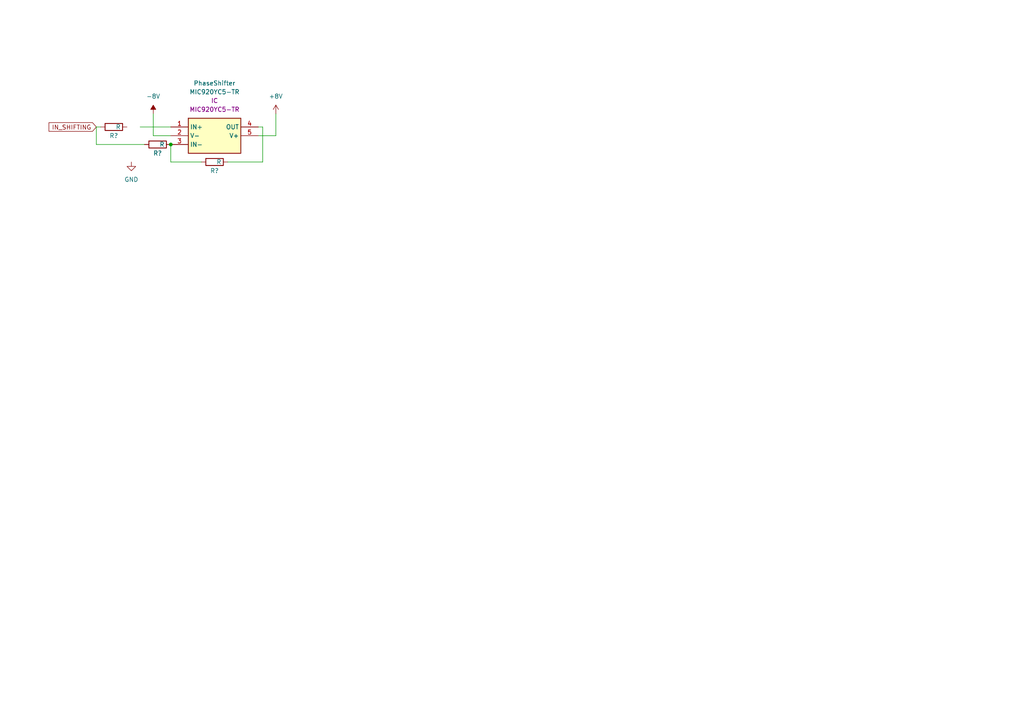
<source format=kicad_sch>
(kicad_sch (version 20211123) (generator eeschema)
  (paper "A4")
  (lib_symbols
    (symbol "Device:R" (pin_numbers hide) (pin_names (offset 0))
      (property "Reference" "R" (at 2.032 0 90))
      (property "Value" "R" (at 0 0 90))
      (symbol "R_0_1"
        (rectangle (start -1.016 -2.54) (end 1.016 2.54) (stroke (width 0.254)))
      )
      (symbol "R_1_1"
        (pin passive line (at 0 3.81 270) (length 1.27) (name "~") (number "1"))
        (pin passive line (at 0 -3.81 90) (length 1.27) (name "~") (number "2"))
      )
    )
    (symbol "power:+8V" (power) (pin_names (offset 0))
      (property "Value" "+8V" (at 0 3.556 0))
      (symbol "+8V_0_1"
        (polyline (pts (xy -0.762 1.27) (xy 0 2.54)))
        (polyline (pts (xy 0 0) (xy 0 2.54)))
        (polyline (pts (xy 0 2.54) (xy 0.762 1.27)))
      )
      (symbol "+8V_1_1"
        (pin power_in line (at 0 0 90) (length 0) hide (name "+8V") (number "1"))
      )
    )
    (symbol "power:-8V" (power) (pin_names (offset 0))
      (property "Value" "-8V" (at 0 3.81 0))
      (symbol "-8V_0_0"
        (pin power_in line (at 0 0 90) (length 0) hide (name "-8V") (number "1"))
      )
      (symbol "-8V_0_1"
        (polyline (pts (xy 0 0) (xy 0 1.27) (xy 0.762 1.27) (xy 0 2.54) (xy -0.762 1.27) (xy 0 1.27)) (fill (type outline)))
      )
    )
    (symbol "power:GND" (power) (pin_names (offset 0))
      (property "Value" "GND" (at 0 -3.81 0))
      (symbol "GND_0_1"
        (polyline (pts (xy 0 0) (xy 0 -1.27) (xy 1.27 -1.27) (xy 0 -2.54) (xy -1.27 -1.27) (xy 0 -1.27)))
      )
      (symbol "GND_1_1"
        (pin power_in line (at 0 0 270) (length 0) hide (name "GND") (number "1"))
      )
    )
    (symbol "symbol_library:MIC920YC5-TR"
      (property "Value" "MIC920YC5-TR" (at 0 3.81 0))
      (property "Reference_1" "IC" (at 21.59 7.62 0))
      (property "Value_1" "MIC920YC5-TR" (at 21.59 5.08 0))
      (symbol "MIC920YC5-TR_1_1"
        (rectangle (start 5.08 2.54) (end 20.32 -7.62) (stroke (width 0.254)) (fill (type background)))
        (pin passive line (at 0 0 0) (length 5.08) (name "IN+") (number "1"))
        (pin passive line (at 0 -2.54 0) (length 5.08) (name "V-") (number "2"))
        (pin passive line (at 0 -5.08 0) (length 5.08) (name "IN-") (number "3"))
        (pin passive line (at 25.4 0 180) (length 5.08) (name "OUT") (number "4"))
        (pin passive line (at 25.4 -2.54 180) (length 5.08) (name "V+") (number "5"))
      )
    )
  )
  (junction (at 49.53 41.91))
  (wire (pts (xy 58.42 46.99) (xy 49.53 46.99)))
  (wire (pts (xy 27.94 36.83) (xy 29.21 36.83)))
  (wire (pts (xy 76.2 36.83) (xy 74.93 36.83)))
  (wire (pts (xy 27.94 41.91) (xy 41.91 41.91)))
  (wire (pts (xy 49.53 36.83) (xy 40.64 36.83)))
  (wire (pts (xy 76.2 36.83) (xy 76.2 46.99)))
  (wire (pts (xy 76.2 46.99) (xy 66.04 46.99)))
  (wire (pts (xy 44.45 39.37) (xy 44.45 33.02)))
  (wire (pts (xy 27.94 36.83) (xy 27.94 41.91)))
  (wire (pts (xy 80.01 39.37) (xy 80.01 33.02)))
  (wire (pts (xy 49.53 46.99) (xy 49.53 41.91)))
  (wire (pts (xy 49.53 39.37) (xy 44.45 39.37)))
  (wire (pts (xy 74.93 39.37) (xy 80.01 39.37)))
  (global_label "IN_SHIFTING" (shape input) (at 27.94 36.83 180) (property "Références Inter-Feuilles" "${INTERSHEET_REFS}" (effects hide)))
  (symbol (lib_id "Device:R") (at 62.23 46.99 90) (unit 1)
    (property "Reference" "R?" (at 62.23 49.53 90))
    (property "Value" "R" (at 63.5 46.99 90))
  )
  (symbol (lib_id "symbol_library:MIC920YC5-TR") (at 49.53 36.83 0) (unit 1)
    (property "Reference" "PhaseShifter" (at 62.23 24.13 0))
    (property "Value" "MIC920YC5-TR" (at 62.23 26.67 0))
    (property "Reference_1" "IC" (at 62.23 29.21 0))
    (property "Value_1" "MIC920YC5-TR" (at 62.23 31.75 0))
    (property "Footprint_1" "SOT65P210X110-5N" (effects hide))
    (property "Datasheet_1" "http://www.microchip.com/mymicrochip/filehandler.aspx?ddocname=en580766" (effects hide))
    (property "Height" "1.1" (effects hide))
    (property "Mouser Part Number" "998-MIC920YC5TR" (effects hide))
    (property "Mouser Price/Stock" "https://www.mouser.co.uk/ProductDetail/Microchip-Technology-Atmel/MIC920YC5-TR?qs=Y3Q3JoKAO1T2N8weS%252Bo4gQ%3D%3D" (effects hide))
    (property "Manufacturer_Name" "Microchip" (effects hide))
    (property "Manufacturer_Part_Number" "MIC920YC5-TR" (effects hide))
  )
  (symbol (lib_id "power:-8V") (at 44.45 33.02 0) (unit 1)
    (property "Reference" "#PWR?" (effects hide))
    (property "Value" "-8V" (at 44.45 27.94 0))
  )
  (symbol (lib_id "Device:R") (at 45.72 41.91 90) (unit 1)
    (property "Reference" "R?" (at 45.72 44.45 90))
    (property "Value" "R" (at 46.99 41.91 90))
  )
  (symbol (lib_id "power:GND") (at 38.1 46.99 0) (unit 1)
    (property "Reference" "#PWR?" (effects hide))
    (property "Value" "GND" (at 38.1 52.07 0))
  )
  (symbol (lib_id "power:+8V") (at 80.01 33.02 0) (unit 1)
    (property "Reference" "#PWR?" (effects hide))
    (property "Value" "+8V" (at 80.01 27.94 0))
  )
  (symbol (lib_id "Device:R") (at 33.02 36.83 90) (unit 1)
    (property "Reference" "R?" (at 33.02 39.37 90))
    (property "Value" "R" (at 34.29 36.83 90))
  )
)
</source>
